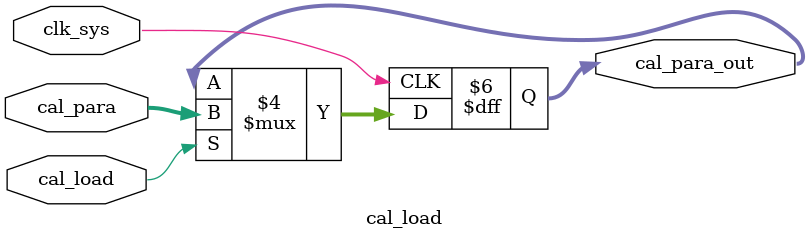
<source format=v>
module cal_load(
                clk_sys,
                cal_load,
                cal_para,
                cal_para_out
               );
input clk_sys;

input cal_load;
input [5:0] cal_para;

output [5:0] cal_para_out;

reg [5:0] cal_para_out;

always @ (posedge clk_sys)
    begin
         if (cal_load == 1'b1)
             cal_para_out <= cal_para;
         else
             cal_para_out <= cal_para_out;
    end

endmodule
</source>
